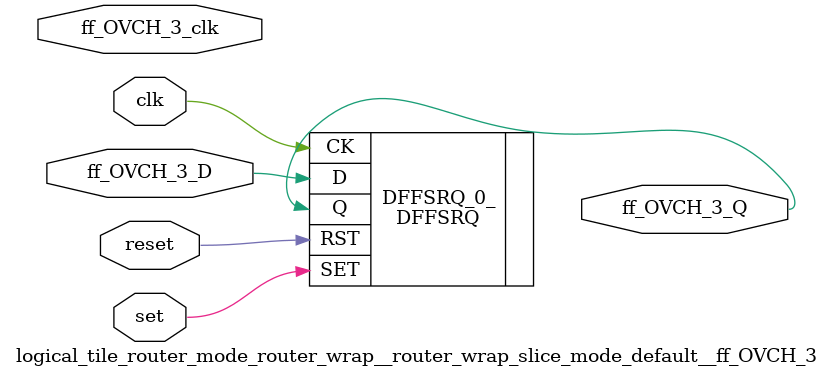
<source format=v>
`default_nettype none

module logical_tile_router_mode_router_wrap__router_wrap_slice_mode_default__ff_OVCH_3(set,
                                                                                       reset,
                                                                                       clk,
                                                                                       ff_OVCH_3_D,
                                                                                       ff_OVCH_3_Q,
                                                                                       ff_OVCH_3_clk);
//----- GLOBAL PORTS -----
input [0:0] set;
//----- GLOBAL PORTS -----
input [0:0] reset;
//----- GLOBAL PORTS -----
input [0:0] clk;
//----- INPUT PORTS -----
input [0:0] ff_OVCH_3_D;
//----- OUTPUT PORTS -----
output [0:0] ff_OVCH_3_Q;
//----- CLOCK PORTS -----
input [0:0] ff_OVCH_3_clk;

//----- BEGIN wire-connection ports -----
wire [0:0] ff_OVCH_3_D;
wire [0:0] ff_OVCH_3_Q;
wire [0:0] ff_OVCH_3_clk;
//----- END wire-connection ports -----


//----- BEGIN Registered ports -----
//----- END Registered ports -----



// ----- BEGIN Local short connections -----
// ----- END Local short connections -----
// ----- BEGIN Local output short connections -----
// ----- END Local output short connections -----

	DFFSRQ DFFSRQ_0_ (
		.SET(set),
		.RST(reset),
		.CK(clk),
		.D(ff_OVCH_3_D),
		.Q(ff_OVCH_3_Q));

endmodule
// ----- END Verilog module for logical_tile_router_mode_router_wrap__router_wrap_slice_mode_default__ff_OVCH_3 -----

//----- Default net type -----
`default_nettype wire




</source>
